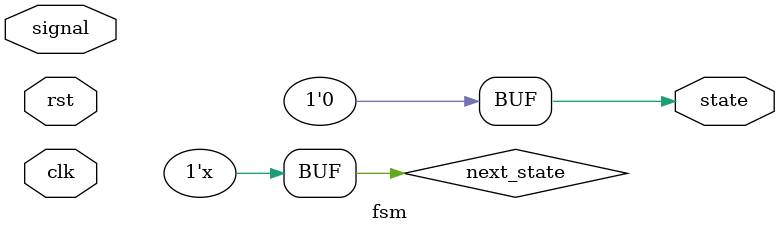
<source format=v>
`timescale 1ns / 1ps


module fsm(state,signal,clk,rst);
output reg state;
input signal;
input clk;
input rst;

reg next_state;

always@(posedge clk or posedge rst )
begin
   
  if (rst) state <= 0; 
  else state <= next_state;

end

always@(state or signal)
begin
case(state)
    1'b0 : begin if(signal==1'b1) next_state=1'b1; else next_state=1'b0; end
    1'b1 : begin if(signal==1'b1) next_state=1'b0; else next_state=1'b1; end
    default: state=0;
    endcase
end

endmodule
  /*case(state)
    1'b0 : begin if(signal==1'b1) state=1'b1; else state=1'b0; end
    1'b1 : begin if(signal==1'b1) state=1'b0; else state=1'b1; end
    default: state=0;
    endcase*/
</source>
